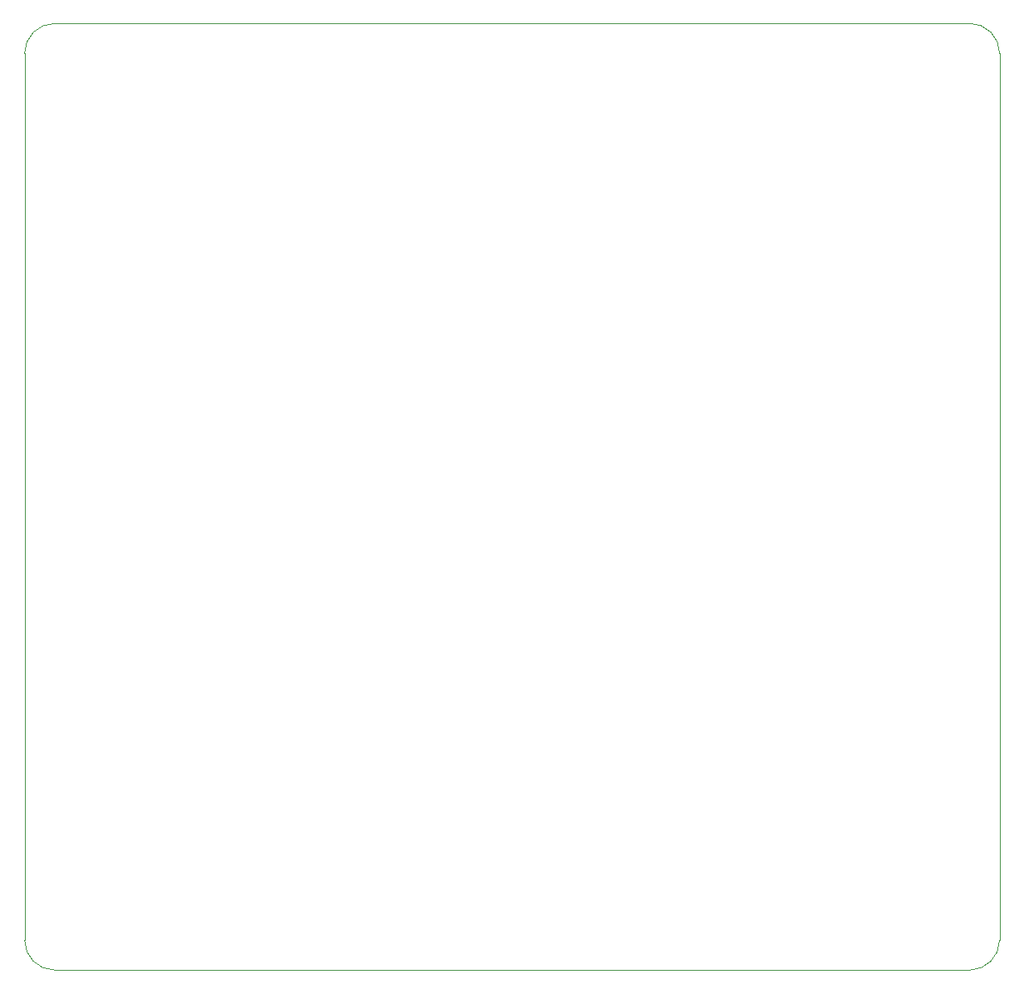
<source format=gbr>
%TF.GenerationSoftware,KiCad,Pcbnew,(5.1.6)-1*%
%TF.CreationDate,2020-06-15T13:12:43+02:00*%
%TF.ProjectId,numpad,6e756d70-6164-42e6-9b69-6361645f7063,rev?*%
%TF.SameCoordinates,Original*%
%TF.FileFunction,Profile,NP*%
%FSLAX46Y46*%
G04 Gerber Fmt 4.6, Leading zero omitted, Abs format (unit mm)*
G04 Created by KiCad (PCBNEW (5.1.6)-1) date 2020-06-15 13:12:43*
%MOMM*%
%LPD*%
G01*
G04 APERTURE LIST*
%TA.AperFunction,Profile*%
%ADD10C,0.050000*%
%TD*%
G04 APERTURE END LIST*
D10*
X83312000Y-139700000D02*
G75*
G02*
X80264000Y-136652000I0J3048000D01*
G01*
X179578000Y-136652000D02*
G75*
G02*
X176530000Y-139700000I-3048000J0D01*
G01*
X176530000Y-43180000D02*
G75*
G02*
X179578000Y-46228000I0J-3048000D01*
G01*
X80264000Y-46228000D02*
G75*
G02*
X83312000Y-43180000I3048000J0D01*
G01*
X80264000Y-136652000D02*
X80264000Y-46228000D01*
X176530000Y-139700000D02*
X83312000Y-139700000D01*
X179578000Y-46228000D02*
X179578000Y-136652000D01*
X83312000Y-43180000D02*
X176530000Y-43180000D01*
M02*

</source>
